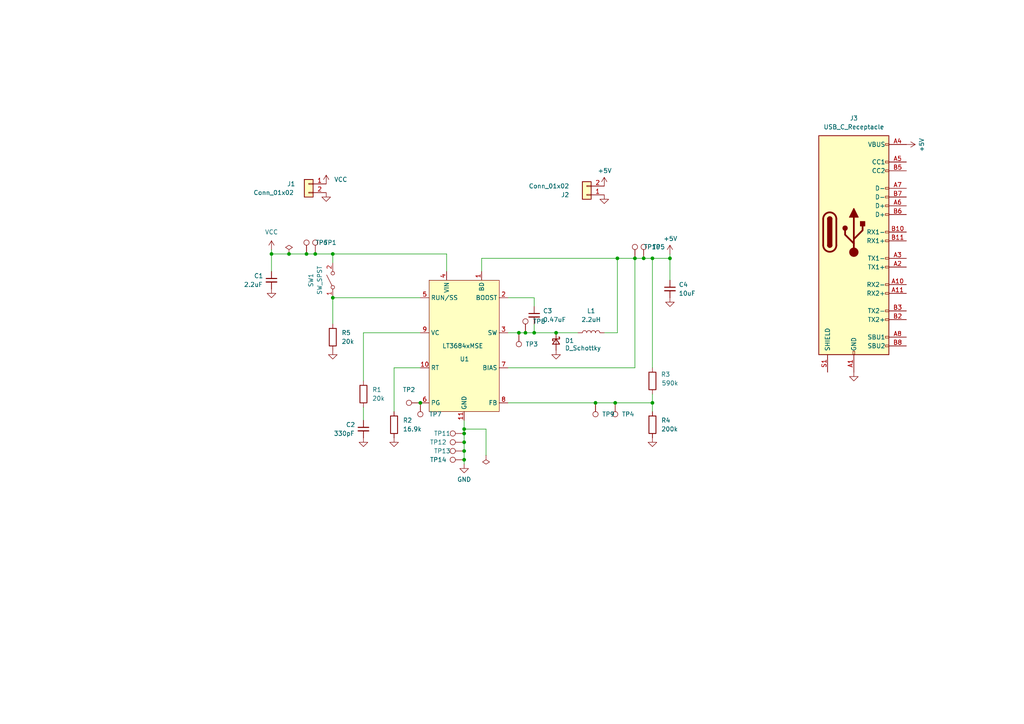
<source format=kicad_sch>
(kicad_sch (version 20211123) (generator eeschema)
  (paper "A4")
  (lib_symbols
    (symbol "Connector:TestPoint" (pin_numbers hide) (pin_names (offset 0.762) hide)
      (property "Reference" "TP" (at 0 6.858 0))
      (property "Value" "TestPoint" (at 0 5.08 0))
      (symbol "TestPoint_0_1"
        (circle (center 0 3.302) (radius 0.762))
      )
      (symbol "TestPoint_1_1"
        (pin passive line (at 0 0 90) (length 2.54) (name "1") (number "1"))
      )
    )
    (symbol "Connector:USB_C_Receptacle" (pin_names (offset 1.016))
      (property "Reference" "J" (at -10.16 29.21 0))
      (property "Value" "USB_C_Receptacle" (at 10.16 29.21 0))
      (symbol "USB_C_Receptacle_0_0"
        (rectangle (start -0.254 -35.56) (end 0.254 -34.544))
        (rectangle (start 10.16 -32.766) (end 9.144 -33.274))
        (rectangle (start 10.16 -30.226) (end 9.144 -30.734))
        (rectangle (start 10.16 -25.146) (end 9.144 -25.654))
        (rectangle (start 10.16 -22.606) (end 9.144 -23.114))
        (rectangle (start 10.16 -17.526) (end 9.144 -18.034))
        (rectangle (start 10.16 -14.986) (end 9.144 -15.494))
        (rectangle (start 10.16 -9.906) (end 9.144 -10.414))
        (rectangle (start 10.16 -7.366) (end 9.144 -7.874))
        (rectangle (start 10.16 -2.286) (end 9.144 -2.794))
        (rectangle (start 10.16 0.254) (end 9.144 -0.254))
        (rectangle (start 10.16 5.334) (end 9.144 4.826))
        (rectangle (start 10.16 7.874) (end 9.144 7.366))
        (rectangle (start 10.16 10.414) (end 9.144 9.906))
        (rectangle (start 10.16 12.954) (end 9.144 12.446))
        (rectangle (start 10.16 18.034) (end 9.144 17.526))
        (rectangle (start 10.16 20.574) (end 9.144 20.066))
        (rectangle (start 10.16 25.654) (end 9.144 25.146))
      )
      (symbol "USB_C_Receptacle_0_1"
        (rectangle (start -10.16 27.94) (end 10.16 -35.56) (stroke (width 0.254)) (fill (type background)))
        (arc (start -8.89 -3.81) (mid -6.985 -5.715) (end -5.08 -3.81) (stroke (width 0.508)))
        (arc (start -7.62 -3.81) (mid -6.985 -4.445) (end -6.35 -3.81) (stroke (width 0.254)))
        (arc (start -7.62 -3.81) (mid -6.985 -4.445) (end -6.35 -3.81) (stroke (width 0.254)) (fill (type outline)))
        (rectangle (start -7.62 -3.81) (end -6.35 3.81) (stroke (width 0.254)) (fill (type outline)))
        (arc (start -6.35 3.81) (mid -6.985 4.445) (end -7.62 3.81) (stroke (width 0.254)))
        (arc (start -6.35 3.81) (mid -6.985 4.445) (end -7.62 3.81) (stroke (width 0.254)) (fill (type outline)))
        (arc (start -5.08 3.81) (mid -6.985 5.715) (end -8.89 3.81) (stroke (width 0.508)))
        (polyline (pts (xy -8.89 -3.81) (xy -8.89 3.81)) (stroke (width 0.508)))
        (polyline (pts (xy -5.08 3.81) (xy -5.08 -3.81)) (stroke (width 0.508)))
      )
      (symbol "USB_C_Receptacle_1_1"
        (circle (center -2.54 1.143) (radius 0.635) (stroke (width 0.254)) (fill (type outline)))
        (circle (center 0 -5.842) (radius 1.27) (fill (type outline)))
        (polyline (pts (xy 0 -5.842) (xy 0 4.318)) (stroke (width 0.508)))
        (polyline (pts (xy 0 -3.302) (xy -2.54 -0.762) (xy -2.54 0.508)) (stroke (width 0.508)))
        (polyline (pts (xy 0 -2.032) (xy 2.54 0.508) (xy 2.54 1.778)) (stroke (width 0.508)))
        (polyline (pts (xy -1.27 4.318) (xy 0 6.858) (xy 1.27 4.318) (xy -1.27 4.318)) (stroke (width 0.254)) (fill (type outline)))
        (rectangle (start 1.905 1.778) (end 3.175 3.048) (stroke (width 0.254)) (fill (type outline)))
        (pin passive line (at 0 -40.64 90) (length 5.08) (name "GND") (number "A1"))
        (pin bidirectional line (at 15.24 -15.24 180) (length 5.08) (name "RX2-") (number "A10"))
        (pin bidirectional line (at 15.24 -17.78 180) (length 5.08) (name "RX2+") (number "A11"))
        (pin passive line (at 0 -40.64 90) (length 5.08) hide (name "GND") (number "A12"))
        (pin bidirectional line (at 15.24 -10.16 180) (length 5.08) (name "TX1+") (number "A2"))
        (pin bidirectional line (at 15.24 -7.62 180) (length 5.08) (name "TX1-") (number "A3"))
        (pin passive line (at 15.24 25.4 180) (length 5.08) (name "VBUS") (number "A4"))
        (pin bidirectional line (at 15.24 20.32 180) (length 5.08) (name "CC1") (number "A5"))
        (pin bidirectional line (at 15.24 7.62 180) (length 5.08) (name "D+") (number "A6"))
        (pin bidirectional line (at 15.24 12.7 180) (length 5.08) (name "D-") (number "A7"))
        (pin bidirectional line (at 15.24 -30.48 180) (length 5.08) (name "SBU1") (number "A8"))
        (pin passive line (at 15.24 25.4 180) (length 5.08) hide (name "VBUS") (number "A9"))
        (pin passive line (at 0 -40.64 90) (length 5.08) hide (name "GND") (number "B1"))
        (pin bidirectional line (at 15.24 0 180) (length 5.08) (name "RX1-") (number "B10"))
        (pin bidirectional line (at 15.24 -2.54 180) (length 5.08) (name "RX1+") (number "B11"))
        (pin passive line (at 0 -40.64 90) (length 5.08) hide (name "GND") (number "B12"))
        (pin bidirectional line (at 15.24 -25.4 180) (length 5.08) (name "TX2+") (number "B2"))
        (pin bidirectional line (at 15.24 -22.86 180) (length 5.08) (name "TX2-") (number "B3"))
        (pin passive line (at 15.24 25.4 180) (length 5.08) hide (name "VBUS") (number "B4"))
        (pin bidirectional line (at 15.24 17.78 180) (length 5.08) (name "CC2") (number "B5"))
        (pin bidirectional line (at 15.24 5.08 180) (length 5.08) (name "D+") (number "B6"))
        (pin bidirectional line (at 15.24 10.16 180) (length 5.08) (name "D-") (number "B7"))
        (pin bidirectional line (at 15.24 -33.02 180) (length 5.08) (name "SBU2") (number "B8"))
        (pin passive line (at 15.24 25.4 180) (length 5.08) hide (name "VBUS") (number "B9"))
        (pin passive line (at -7.62 -40.64 90) (length 5.08) (name "SHIELD") (number "S1"))
      )
    )
    (symbol "Connector_Generic:Conn_01x02" (pin_names (offset 1.016) hide)
      (property "Reference" "J" (at 0 2.54 0))
      (property "Value" "Conn_01x02" (at 0 -5.08 0))
      (symbol "Conn_01x02_1_1"
        (rectangle (start -1.27 -2.413) (end 0 -2.667) (stroke (width 0.1524)))
        (rectangle (start -1.27 0.127) (end 0 -0.127) (stroke (width 0.1524)))
        (rectangle (start -1.27 1.27) (end 1.27 -3.81) (stroke (width 0.254)) (fill (type background)))
        (pin passive line (at -5.08 0 0) (length 3.81) (name "Pin_1") (number "1"))
        (pin passive line (at -5.08 -2.54 0) (length 3.81) (name "Pin_2") (number "2"))
      )
    )
    (symbol "Device:C_Small" (pin_numbers hide) (pin_names (offset 0.254) hide)
      (property "Reference" "C" (at 0.254 1.778 0))
      (property "Value" "C_Small" (at 0.254 -2.032 0))
      (symbol "C_Small_0_1"
        (polyline (pts (xy -1.524 -0.508) (xy 1.524 -0.508)) (stroke (width 0.3302)))
        (polyline (pts (xy -1.524 0.508) (xy 1.524 0.508)) (stroke (width 0.3048)))
      )
      (symbol "C_Small_1_1"
        (pin passive line (at 0 2.54 270) (length 2.032) (name "~") (number "1"))
        (pin passive line (at 0 -2.54 90) (length 2.032) (name "~") (number "2"))
      )
    )
    (symbol "Device:D_Schottky_Small" (pin_numbers hide) (pin_names (offset 0.254) hide)
      (property "Reference" "D" (at -1.27 2.032 0))
      (property "Value" "D_Schottky_Small" (at -7.112 -2.032 0))
      (symbol "D_Schottky_Small_0_1"
        (polyline (pts (xy -0.762 0) (xy 0.762 0)))
        (polyline (pts (xy 0.762 -1.016) (xy -0.762 0) (xy 0.762 1.016) (xy 0.762 -1.016)) (stroke (width 0.254)))
        (polyline (pts (xy -1.27 0.762) (xy -1.27 1.016) (xy -0.762 1.016) (xy -0.762 -1.016) (xy -0.254 -1.016) (xy -0.254 -0.762)) (stroke (width 0.254)))
      )
      (symbol "D_Schottky_Small_1_1"
        (pin passive line (at -2.54 0 0) (length 1.778) (name "K") (number "1"))
        (pin passive line (at 2.54 0 180) (length 1.778) (name "A") (number "2"))
      )
    )
    (symbol "Device:L" (pin_numbers hide) (pin_names (offset 1.016) hide)
      (property "Reference" "L" (at -1.27 0 90))
      (property "Value" "L" (at 1.905 0 90))
      (symbol "L_0_1"
        (arc (start 0 -2.54) (mid 0.635 -1.905) (end 0 -1.27))
        (arc (start 0 -1.27) (mid 0.635 -0.635) (end 0 0))
        (arc (start 0 0) (mid 0.635 0.635) (end 0 1.27))
        (arc (start 0 1.27) (mid 0.635 1.905) (end 0 2.54))
      )
      (symbol "L_1_1"
        (pin passive line (at 0 3.81 270) (length 1.27) (name "1") (number "1"))
        (pin passive line (at 0 -3.81 90) (length 1.27) (name "2") (number "2"))
      )
    )
    (symbol "Device:R" (pin_numbers hide) (pin_names (offset 0))
      (property "Reference" "R" (at 2.032 0 90))
      (property "Value" "R" (at 0 0 90))
      (symbol "R_0_1"
        (rectangle (start -1.016 -2.54) (end 1.016 2.54) (stroke (width 0.254)))
      )
      (symbol "R_1_1"
        (pin passive line (at 0 3.81 270) (length 1.27) (name "~") (number "1"))
        (pin passive line (at 0 -3.81 90) (length 1.27) (name "~") (number "2"))
      )
    )
    (symbol "LT3684xMSE_1"
      (property "Reference" "U" (at 0 -5.08 0))
      (property "Value" "LT3684xMSE_1" (at 0 -1.27 0))
      (symbol "LT3684xMSE_1_0_1"
        (rectangle (start -10.16 17.78) (end 10.16 -20.32) (fill (type background)))
      )
      (symbol "LT3684xMSE_1_1_1"
        (pin power_out line (at 5.08 20.32 270) (length 2.54) (name "BD") (number "1"))
        (pin input line (at -12.7 -7.62 0) (length 2.54) (name "RT") (number "10"))
        (pin power_in line (at 0 -22.86 90) (length 2.54) (name "GND") (number "11"))
        (pin output line (at 12.7 12.7 180) (length 2.54) (name "BOOST") (number "2"))
        (pin output line (at 12.7 2.54 180) (length 2.54) (name "SW") (number "3"))
        (pin power_in line (at -5.08 20.32 270) (length 2.54) (name "VIN") (number "4"))
        (pin input line (at -12.7 12.7 0) (length 2.54) (name "RUN/SS") (number "5"))
        (pin output line (at -12.7 -17.78 0) (length 2.54) (name "PG") (number "6"))
        (pin input line (at 12.7 -7.62 180) (length 2.54) (name "BIAS") (number "7"))
        (pin input line (at 12.7 -17.78 180) (length 2.54) (name "FB") (number "8"))
        (pin output line (at -12.7 2.54 0) (length 2.54) (name "VC") (number "9"))
      )
    )
    (symbol "Switch:SW_SPST" (pin_names (offset 0) hide)
      (property "Reference" "SW" (at 0 3.175 0))
      (property "Value" "SW_SPST" (at 0 -2.54 0))
      (symbol "SW_SPST_0_0"
        (circle (center -2.032 0) (radius 0.508))
        (polyline (pts (xy -1.524 0.254) (xy 1.524 1.778)))
        (circle (center 2.032 0) (radius 0.508))
      )
      (symbol "SW_SPST_1_1"
        (pin passive line (at -5.08 0 0) (length 2.54) (name "A") (number "1"))
        (pin passive line (at 5.08 0 180) (length 2.54) (name "B") (number "2"))
      )
    )
    (symbol "power:+5V" (power) (pin_names (offset 0))
      (property "Value" "+5V" (at 0 3.556 0))
      (symbol "+5V_0_1"
        (polyline (pts (xy -0.762 1.27) (xy 0 2.54)))
        (polyline (pts (xy 0 0) (xy 0 2.54)))
        (polyline (pts (xy 0 2.54) (xy 0.762 1.27)))
      )
      (symbol "+5V_1_1"
        (pin power_in line (at 0 0 90) (length 0) hide (name "+5V") (number "1"))
      )
    )
    (symbol "power:GND" (power) (pin_names (offset 0))
      (property "Value" "GND" (at 0 -3.81 0))
      (symbol "GND_0_1"
        (polyline (pts (xy 0 0) (xy 0 -1.27) (xy 1.27 -1.27) (xy 0 -2.54) (xy -1.27 -1.27) (xy 0 -1.27)))
      )
      (symbol "GND_1_1"
        (pin power_in line (at 0 0 270) (length 0) hide (name "GND") (number "1"))
      )
    )
    (symbol "power:PWR_FLAG" (power) (pin_numbers hide) (pin_names (offset 0) hide)
      (property "Value" "PWR_FLAG" (at 0 3.81 0))
      (symbol "PWR_FLAG_0_0"
        (pin power_out line (at 0 0 90) (length 0) (name "pwr") (number "1"))
      )
      (symbol "PWR_FLAG_0_1"
        (polyline (pts (xy 0 0) (xy 0 1.27) (xy -1.016 1.905) (xy 0 2.54) (xy 1.016 1.905) (xy 0 1.27)))
      )
    )
    (symbol "power:VCC" (power) (pin_names (offset 0))
      (property "Value" "VCC" (at 0 3.81 0))
      (symbol "VCC_0_1"
        (polyline (pts (xy -0.762 1.27) (xy 0 2.54)))
        (polyline (pts (xy 0 0) (xy 0 2.54)))
        (polyline (pts (xy 0 2.54) (xy 0.762 1.27)))
      )
      (symbol "VCC_1_1"
        (pin power_in line (at 0 0 90) (length 0) hide (name "VCC") (number "1"))
      )
    )
  )
  (junction (at 186.69 74.93))
  (junction (at 189.23 74.93))
  (junction (at 194.31 74.93))
  (junction (at 78.74 73.66))
  (junction (at 96.52 86.36))
  (junction (at 161.29 96.52))
  (junction (at 152.4 96.52))
  (junction (at 88.9 73.66))
  (junction (at 134.62 124.46))
  (junction (at 179.07 74.93))
  (junction (at 121.92 116.84))
  (junction (at 96.52 73.66))
  (junction (at 134.62 130.81))
  (junction (at 178.435 116.84))
  (junction (at 134.62 133.35))
  (junction (at 134.62 128.27))
  (junction (at 83.82 73.66))
  (junction (at 150.495 96.52))
  (junction (at 91.44 73.66))
  (junction (at 134.62 125.73))
  (junction (at 184.15 74.93))
  (junction (at 172.72 116.84))
  (junction (at 189.23 116.84))
  (junction (at 154.94 96.52))
  (wire (pts (xy 78.74 73.66) (xy 78.74 78.74)))
  (wire (pts (xy 105.41 118.11) (xy 105.41 121.92)))
  (wire (pts (xy 105.41 96.52) (xy 105.41 110.49)))
  (wire (pts (xy 189.23 116.84) (xy 189.23 114.3)))
  (wire (pts (xy 139.7 74.93) (xy 139.7 78.74)))
  (wire (pts (xy 178.435 116.84) (xy 189.23 116.84)))
  (wire (pts (xy 161.29 96.52) (xy 167.64 96.52)))
  (wire (pts (xy 147.32 116.84) (xy 172.72 116.84)))
  (wire (pts (xy 186.69 74.93) (xy 184.15 74.93)))
  (wire (pts (xy 91.44 73.66) (xy 96.52 73.66)))
  (wire (pts (xy 134.62 133.35) (xy 134.62 134.62)))
  (wire (pts (xy 96.52 86.36) (xy 121.92 86.36)))
  (wire (pts (xy 147.32 86.36) (xy 154.94 86.36)))
  (wire (pts (xy 78.74 72.39) (xy 78.74 73.66)))
  (wire (pts (xy 147.32 106.68) (xy 184.15 106.68)))
  (wire (pts (xy 134.62 125.73) (xy 134.62 128.27)))
  (wire (pts (xy 96.52 73.66) (xy 129.54 73.66)))
  (wire (pts (xy 194.31 74.93) (xy 189.23 74.93)))
  (wire (pts (xy 154.94 86.36) (xy 154.94 88.9)))
  (wire (pts (xy 184.15 74.93) (xy 179.07 74.93)))
  (wire (pts (xy 194.31 74.93) (xy 194.31 81.28)))
  (wire (pts (xy 83.82 73.66) (xy 88.9 73.66)))
  (wire (pts (xy 154.94 93.98) (xy 154.94 96.52)))
  (wire (pts (xy 150.495 96.52) (xy 147.32 96.52)))
  (wire (pts (xy 134.62 124.46) (xy 134.62 125.73)))
  (wire (pts (xy 78.74 73.66) (xy 83.82 73.66)))
  (wire (pts (xy 140.97 124.46) (xy 134.62 124.46)))
  (wire (pts (xy 96.52 86.36) (xy 96.52 93.98)))
  (wire (pts (xy 96.52 73.66) (xy 96.52 76.2)))
  (wire (pts (xy 179.07 74.93) (xy 179.07 96.52)))
  (wire (pts (xy 154.94 96.52) (xy 152.4 96.52)))
  (wire (pts (xy 189.23 74.93) (xy 186.69 74.93)))
  (wire (pts (xy 121.92 96.52) (xy 105.41 96.52)))
  (wire (pts (xy 134.62 128.27) (xy 134.62 130.81)))
  (wire (pts (xy 179.07 74.93) (xy 139.7 74.93)))
  (wire (pts (xy 152.4 96.52) (xy 150.495 96.52)))
  (wire (pts (xy 134.62 130.81) (xy 134.62 133.35)))
  (wire (pts (xy 172.72 116.84) (xy 178.435 116.84)))
  (wire (pts (xy 129.54 73.66) (xy 129.54 78.74)))
  (wire (pts (xy 154.94 96.52) (xy 161.29 96.52)))
  (wire (pts (xy 134.62 121.92) (xy 134.62 124.46)))
  (wire (pts (xy 175.26 96.52) (xy 179.07 96.52)))
  (wire (pts (xy 140.97 124.46) (xy 140.97 132.08)))
  (wire (pts (xy 114.3 106.68) (xy 114.3 119.38)))
  (wire (pts (xy 121.92 106.68) (xy 114.3 106.68)))
  (wire (pts (xy 184.15 74.93) (xy 184.15 106.68)))
  (wire (pts (xy 88.9 73.66) (xy 91.44 73.66)))
  (wire (pts (xy 194.31 73.66) (xy 194.31 74.93)))
  (wire (pts (xy 189.23 116.84) (xy 189.23 119.38)))
  (wire (pts (xy 189.23 74.93) (xy 189.23 106.68)))
  (symbol (lib_id "power:GND") (at 134.62 134.62 0) (unit 1)
    (property "Reference" "#PWR05" (effects hide))
    (property "Value" "GND" (at 134.62 139.065 0))
  )
  (symbol (lib_id "Connector:TestPoint") (at 184.15 74.93 0) (unit 1)
    (property "Reference" "TP10" (at 186.69 71.6279 0) (effects (justify left)))
    (property "Value" "TestPoint" (effects hide))
    (property "Footprint" "TestPoint:TestPoint_Pad_2.0x2.0mm" (effects hide))
  )
  (symbol (lib_id "power:+5V") (at 262.89 41.91 270) (unit 1)
    (property "Reference" "#PWR0101" (effects hide))
    (property "Value" "+5V" (at 267.335 40.005 0) (effects (justify left)))
  )
  (symbol (lib_id "power:GND") (at 96.52 101.6 0) (unit 1)
    (property "Reference" "#PWR014" (effects hide))
    (property "Value" "GND" (effects hide))
  )
  (symbol (lib_id "Connector_Generic:Conn_01x02") (at 170.18 56.515 180) (unit 1)
    (property "Reference" "J2" (at 165.1 56.515 0) (effects (justify left)))
    (property "Value" "Conn_01x02" (at 165.1 53.975 0) (effects (justify left)))
    (property "Footprint" "Connector_Phoenix_MSTB:PhoenixContact_MSTBVA_2,5_2-G_1x02_P5.00mm_Vertical" (effects hide))
  )
  (symbol (lib_id "Connector:TestPoint") (at 91.44 73.66 0) (unit 1)
    (property "Reference" "TP1" (at 93.98 70.3579 0) (effects (justify left)))
    (property "Value" "TestPoint" (effects hide))
    (property "Footprint" "TestPoint:TestPoint_Keystone_5000-5004_Miniature" (effects hide))
  )
  (symbol (lib_id "Device:R") (at 96.52 97.79 0) (unit 1)
    (property "Reference" "R5" (at 99.06 96.5199 0) (effects (justify left)))
    (property "Value" "20k" (at 99.06 99.0599 0) (effects (justify left)))
    (property "Footprint" "Resistor_SMD:R_0603_1608Metric_Pad0.98x0.95mm_HandSolder" (effects hide))
  )
  (symbol (lib_id "power:+5V") (at 175.26 53.975 0) (unit 1)
    (property "Reference" "#PWR012" (effects hide))
    (property "Value" "+5V" (at 173.355 49.53 0) (effects (justify left)))
  )
  (symbol (lib_id "Switch:SW_SPST") (at 96.52 81.28 90) (unit 1)
    (property "Reference" "SW1" (at 90.17 81.28 0))
    (property "Value" "SW_SPST" (at 92.71 81.28 0))
    (property "Footprint" "Button_Switch_SMD:SW_SPDT_CK-JS102011SAQN" (effects hide))
  )
  (symbol (lib_id "Device:L") (at 171.45 96.52 90) (unit 1)
    (property "Reference" "L1" (at 171.45 90.17 90))
    (property "Value" "2.2uH" (at 171.45 92.71 90))
    (property "Footprint" "Inductor_SMD:L_Vishay_IHLP-2020" (effects hide))
  )
  (symbol (lib_id "Connector:TestPoint") (at 121.92 116.84 90) (unit 1)
    (property "Reference" "TP2" (at 118.618 113.03 90))
    (property "Value" "TestPoint" (effects hide))
    (property "Footprint" "TestPoint:TestPoint_Keystone_5000-5004_Miniature" (effects hide))
  )
  (symbol (lib_id "power:GND") (at 78.74 83.82 0) (unit 1)
    (property "Reference" "#PWR02" (effects hide))
    (property "Value" "GND" (effects hide))
  )
  (symbol (lib_id "Connector:USB_C_Receptacle") (at 247.65 67.31 0) (unit 1)
    (property "Reference" "J3" (at 247.65 34.29 0))
    (property "Value" "USB_C_Receptacle" (at 247.65 36.83 0))
    (property "Footprint" "Connector_USB:USB_C_Receptacle_Amphenol_12401548E4-2A" (effects hide))
    (property "Datasheet" "https://www.usb.org/sites/default/files/documents/usb_type-c.zip" (effects hide))
  )
  (symbol (lib_id "Device:C_Small") (at 105.41 124.46 0) (unit 1)
    (property "Reference" "C2" (at 100.33 123.19 0) (effects (justify left)))
    (property "Value" "330pF" (at 102.87 125.73 0) (effects (justify right)))
    (property "Footprint" "Capacitor_SMD:C_0603_1608Metric_Pad1.08x0.95mm_HandSolder" (effects hide))
  )
  (symbol (lib_id "power:PWR_FLAG") (at 140.97 132.08 180) (unit 1)
    (property "Reference" "#FLG02" (effects hide))
    (property "Value" "PWR_FLAG" (effects hide))
  )
  (symbol (lib_id "Device:R") (at 189.23 123.19 0) (unit 1)
    (property "Reference" "R4" (at 191.77 121.9199 0) (effects (justify left)))
    (property "Value" "200k" (at 191.77 124.4599 0) (effects (justify left)))
    (property "Footprint" "Resistor_SMD:R_0603_1608Metric_Pad0.98x0.95mm_HandSolder" (effects hide))
  )
  (symbol (lib_id "Connector:TestPoint") (at 178.435 116.84 180) (unit 1)
    (property "Reference" "TP4" (at 180.34 120.1419 0) (effects (justify right)))
    (property "Value" "TestPoint" (effects hide))
    (property "Footprint" "TestPoint:TestPoint_Keystone_5000-5004_Miniature" (effects hide))
  )
  (symbol (lib_id "Device:R") (at 105.41 114.3 0) (unit 1)
    (property "Reference" "R1" (at 107.95 113.0299 0) (effects (justify left)))
    (property "Value" "20k" (at 107.95 115.5699 0) (effects (justify left)))
    (property "Footprint" "Resistor_SMD:R_0603_1608Metric_Pad0.98x0.95mm_HandSolder" (effects hide))
  )
  (symbol (lib_id "power:GND") (at 175.26 56.515 0) (unit 1)
    (property "Reference" "#PWR013" (effects hide))
    (property "Value" "GND" (effects hide))
  )
  (symbol (lib_id "power:GND") (at 105.41 127 0) (unit 1)
    (property "Reference" "#PWR03" (effects hide))
    (property "Value" "GND" (effects hide))
  )
  (symbol (lib_name "LT3684xMSE_1") (lib_id "Voltage Regulator ICs:LT3684xMSE") (at 134.62 99.06 0) (unit 1)
    (property "Reference" "U1" (at 133.35 104.14 0) (effects (justify left)))
    (property "Value" "LT3684xMSE" (at 128.27 100.33 0) (effects (justify left)))
    (property "Footprint" "Package_SO:MSOP-10-1EP_3x3mm_P0.5mm_EP1.68x1.88mm" (effects hide))
  )
  (symbol (lib_id "power:GND") (at 247.65 107.95 0) (unit 1)
    (property "Reference" "#PWR0102" (effects hide))
    (property "Value" "GND" (effects hide))
  )
  (symbol (lib_id "Connector:TestPoint") (at 134.62 125.73 90) (unit 1)
    (property "Reference" "TP11" (at 128.27 125.73 90))
    (property "Value" "TestPoint" (effects hide))
    (property "Footprint" "TestPoint:TestPoint_Pad_2.0x2.0mm" (effects hide))
  )
  (symbol (lib_id "Connector:TestPoint") (at 88.9 73.66 0) (unit 1)
    (property "Reference" "TP6" (at 91.44 70.3579 0) (effects (justify left)))
    (property "Value" "TestPoint" (effects hide))
    (property "Footprint" "TestPoint:TestPoint_Pad_2.0x2.0mm" (effects hide))
  )
  (symbol (lib_id "Connector:TestPoint") (at 121.92 116.84 180) (unit 1)
    (property "Reference" "TP7" (at 124.46 120.1419 0) (effects (justify right)))
    (property "Value" "TestPoint" (effects hide))
    (property "Footprint" "TestPoint:TestPoint_Pad_2.0x2.0mm" (effects hide))
  )
  (symbol (lib_id "Device:C_Small") (at 78.74 81.28 0) (unit 1)
    (property "Reference" "C1" (at 73.66 80.01 0) (effects (justify left)))
    (property "Value" "2.2uF" (at 76.2 82.55 0) (effects (justify right)))
    (property "Footprint" "Capacitor_SMD:C_0603_1608Metric_Pad1.08x0.95mm_HandSolder" (effects hide))
  )
  (symbol (lib_id "Device:C_Small") (at 154.94 91.44 0) (unit 1)
    (property "Reference" "C3" (at 157.48 90.1762 0) (effects (justify left)))
    (property "Value" "0.47uF" (at 157.48 92.7162 0) (effects (justify left)))
    (property "Footprint" "Capacitor_SMD:C_0603_1608Metric_Pad1.08x0.95mm_HandSolder" (effects hide))
  )
  (symbol (lib_id "power:GND") (at 94.615 55.88 0) (unit 1)
    (property "Reference" "#PWR011" (effects hide))
    (property "Value" "GND" (effects hide))
  )
  (symbol (lib_id "Connector_Generic:Conn_01x02") (at 89.535 53.34 0) (mirror y) (unit 1)
    (property "Reference" "J1" (at 84.455 53.34 0))
    (property "Value" "Conn_01x02" (at 79.375 55.88 0))
    (property "Footprint" "Connector_Phoenix_MSTB:PhoenixContact_MSTBVA_2,5_2-G_1x02_P5.00mm_Vertical" (effects hide))
  )
  (symbol (lib_id "Device:D_Schottky_Small") (at 161.29 99.06 270) (unit 1)
    (property "Reference" "D1" (at 163.83 98.8059 90) (effects (justify left)))
    (property "Value" "D_Schottky" (at 163.83 100.965 90) (effects (justify left)))
    (property "Footprint" "Diode_SMD:D_SMA_Handsoldering" (effects hide))
  )
  (symbol (lib_id "Device:R") (at 189.23 110.49 180) (unit 1)
    (property "Reference" "R3" (at 193.04 108.585 0))
    (property "Value" "590k" (at 194.31 111.125 0))
    (property "Footprint" "Resistor_SMD:R_0603_1608Metric_Pad0.98x0.95mm_HandSolder" (effects hide))
  )
  (symbol (lib_id "Connector:TestPoint") (at 134.62 128.27 90) (unit 1)
    (property "Reference" "TP12" (at 129.54 128.27 90) (effects (justify left)))
    (property "Value" "TestPoint" (effects hide))
    (property "Footprint" "TestPoint:TestPoint_Pad_2.0x2.0mm" (effects hide))
  )
  (symbol (lib_id "Device:R") (at 114.3 123.19 0) (unit 1)
    (property "Reference" "R2" (at 116.84 121.9199 0) (effects (justify left)))
    (property "Value" "16.9k" (at 116.84 124.4599 0) (effects (justify left)))
    (property "Footprint" "Resistor_SMD:R_0603_1608Metric_Pad0.98x0.95mm_HandSolder" (effects hide))
  )
  (symbol (lib_id "power:+5V") (at 194.31 73.66 0) (unit 1)
    (property "Reference" "#PWR08" (effects hide))
    (property "Value" "+5V" (at 192.405 69.215 0) (effects (justify left)))
  )
  (symbol (lib_id "Connector:TestPoint") (at 152.4 96.52 0) (unit 1)
    (property "Reference" "TP8" (at 154.5534 93.2179 0) (effects (justify left)))
    (property "Value" "TestPoint" (effects hide))
    (property "Footprint" "TestPoint:TestPoint_Pad_2.0x2.0mm" (effects hide))
  )
  (symbol (lib_id "Connector:TestPoint") (at 134.62 130.81 90) (unit 1)
    (property "Reference" "TP13" (at 128.27 130.81 90))
    (property "Value" "TestPoint" (effects hide))
    (property "Footprint" "TestPoint:TestPoint_Keystone_5000-5004_Miniature" (effects hide))
  )
  (symbol (lib_id "power:GND") (at 114.3 127 0) (unit 1)
    (property "Reference" "#PWR04" (effects hide))
    (property "Value" "GND" (effects hide))
  )
  (symbol (lib_id "Connector:TestPoint") (at 134.62 133.35 90) (unit 1)
    (property "Reference" "TP14" (at 129.54 133.3501 90) (effects (justify left)))
    (property "Value" "TestPoint" (effects hide))
    (property "Footprint" "TestPoint:TestPoint_Keystone_5000-5004_Miniature" (effects hide))
  )
  (symbol (lib_id "Connector:TestPoint") (at 186.69 74.93 0) (unit 1)
    (property "Reference" "TP5" (at 189.23 71.6279 0) (effects (justify left)))
    (property "Value" "TestPoint" (effects hide))
    (property "Footprint" "TestPoint:TestPoint_Keystone_5000-5004_Miniature" (effects hide))
  )
  (symbol (lib_id "power:PWR_FLAG") (at 83.82 73.66 0) (unit 1)
    (property "Reference" "#FLG01" (effects hide))
    (property "Value" "PWR_FLAG" (effects hide))
  )
  (symbol (lib_id "power:GND") (at 161.29 101.6 0) (unit 1)
    (property "Reference" "#PWR06" (effects hide))
    (property "Value" "GND" (effects hide))
  )
  (symbol (lib_id "Connector:TestPoint") (at 172.72 116.84 180) (unit 1)
    (property "Reference" "TP9" (at 174.625 120.1419 0) (effects (justify right)))
    (property "Value" "TestPoint" (effects hide))
    (property "Footprint" "TestPoint:TestPoint_Pad_2.0x2.0mm" (effects hide))
  )
  (symbol (lib_id "Device:C_Small") (at 194.31 83.82 0) (unit 1)
    (property "Reference" "C4" (at 196.85 82.5562 0) (effects (justify left)))
    (property "Value" "10uF" (at 196.85 85.0962 0) (effects (justify left)))
    (property "Footprint" "Capacitor_SMD:C_1206_3216Metric_Pad1.33x1.80mm_HandSolder" (effects hide))
  )
  (symbol (lib_id "power:GND") (at 194.31 86.36 0) (unit 1)
    (property "Reference" "#PWR09" (effects hide))
    (property "Value" "GND" (effects hide))
  )
  (symbol (lib_id "power:VCC") (at 94.615 53.34 0) (unit 1)
    (property "Reference" "#PWR010" (effects hide))
    (property "Value" "VCC" (at 96.901 52.0699 0) (effects (justify left)))
  )
  (symbol (lib_id "power:VCC") (at 78.74 72.39 0) (unit 1)
    (property "Reference" "#PWR01" (effects hide))
    (property "Value" "VCC" (at 78.74 67.31 0))
  )
  (symbol (lib_id "Connector:TestPoint") (at 150.495 96.52 180) (unit 1)
    (property "Reference" "TP3" (at 152.4 99.8219 0) (effects (justify right)))
    (property "Value" "TestPoint" (effects hide))
    (property "Footprint" "TestPoint:TestPoint_Keystone_5000-5004_Miniature" (effects hide))
  )
  (symbol (lib_id "power:GND") (at 189.23 127 0) (unit 1)
    (property "Reference" "#PWR07" (effects hide))
    (property "Value" "GND" (effects hide))
  )
)
</source>
